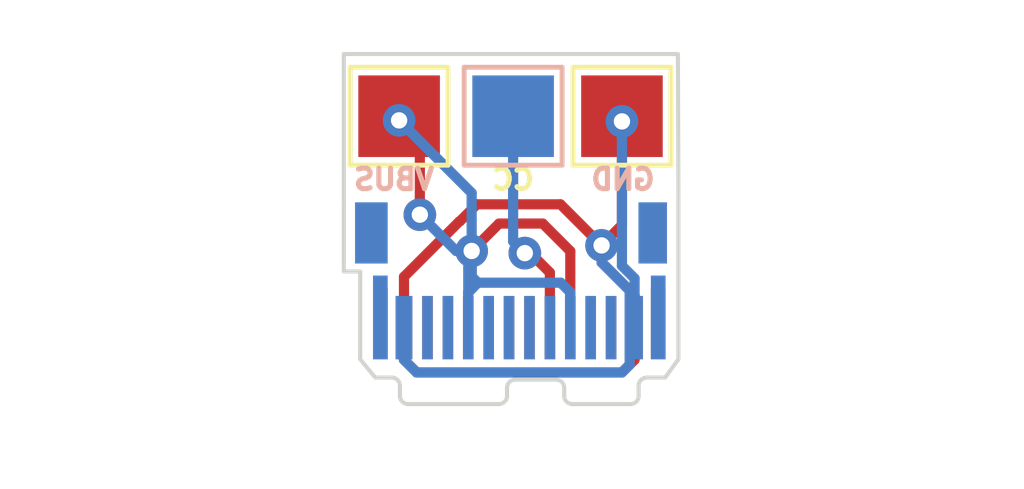
<source format=kicad_pcb>
(kicad_pcb (version 20221018) (generator pcbnew)
  (layers (0 "F.Cu" signal) (31 "B.Cu" signal) (34 "B.Paste" user) (35 "F.Paste" user) (36 "B.SilkS" user "B.Silkscreen") (37 "F.SilkS" user "F.Silkscreen") (38 "B.Mask" user) (39 "F.Mask" user) (44 "Edge.Cuts" user))
  (net 0 "")
  (net 1 "Net-(J2-Pin_1)")
  (net 2 "Net-(J4-Pin_1)")
  (net 7 "Net-(J1-CC)")
  (footprint "TestPoint:TestPoint_Pad_2.0x2.0mm" (layer "F.Cu") (at 114.173 80.772)
    (fp_text reference "J4" hide)
    (fp_text value "GND" (at 0.0254 1.5494) (layer "B.SilkS") (effects (font (size 0.5 0.5) (thickness 0.125)) (justify mirror)))
    (fp_line (start -1.2 -1.2) (end 1.2 -1.2) (stroke (width 0.12)) (layer "F.SilkS"))
    (fp_line (start -1.2 1.2) (end -1.2 -1.2) (stroke (width 0.12)) (layer "F.SilkS"))
    (fp_line (start 1.2 -1.2) (end 1.2 1.2) (stroke (width 0.12)) (layer "F.SilkS"))
    (fp_line (start 1.2 1.2) (end -1.2 1.2) (stroke (width 0.12)) (layer "F.SilkS"))
    (pad "1" smd rect (at 0 0) (size 2 2) (layers "F.Cu" "F.Mask") (net 2 "Net-(J4-Pin_1)"))
  )
  (footprint "TestPoint:TestPoint_Pad_2.0x2.0mm" (layer "F.Cu") (at 108.712 80.772)
    (fp_text reference "J2" hide)
    (fp_text value "VBUS" (at -0.127 1.5494) (layer "B.SilkS") (effects (font (size 0.5 0.5) (thickness 0.125)) (justify mirror)))
    (fp_line (start -1.2 -1.2) (end 1.2 -1.2) (stroke (width 0.12)) (layer "F.SilkS"))
    (fp_line (start -1.2 1.2) (end -1.2 -1.2) (stroke (width 0.12)) (layer "F.SilkS"))
    (fp_line (start 1.2 -1.2) (end 1.2 1.2) (stroke (width 0.12)) (layer "F.SilkS"))
    (fp_line (start 1.2 1.2) (end -1.2 1.2) (stroke (width 0.12)) (layer "F.SilkS"))
    (pad "1" smd rect (at 0 0) (size 2 2) (layers "F.Cu" "F.Mask") (net 1 "Net-(J2-Pin_1)"))
  )
  (footprint "Connector_USB:USB_C_Plug_JAE_DX07P024AJ1" (layer "F.Cu") (at 111.657 84.8045)
    (fp_text reference "J1" hide)
    (fp_text value "USB_C_Receptacle_PowerOnly_6P")
    (fp_line (start -4.3 -1.93) (end -4.3 -0.2275) (stroke (width 0.1)) (layer "Edge.Cuts"))
    (fp_line (start -4.3 -0.2275) (end -3.9 -0.2275) (stroke (width 0.1)) (layer "Edge.Cuts"))
    (fp_line (start -3.9 1.9225) (end -3.9 -0.2275) (stroke (width 0.1)) (layer "Edge.Cuts"))
    (fp_line (start -3.53 2.3725) (end -3.9 1.9225) (stroke (width 0.1)) (layer "Edge.Cuts"))
    (fp_line (start -3.125 2.3725) (end -3.53 2.3725) (stroke (width 0.1)) (layer "Edge.Cuts"))
    (fp_line (start -2.925 2.8225) (end -2.925 2.5725) (stroke (width 0.1)) (layer "Edge.Cuts"))
    (fp_line (start -0.5 3.0225) (end -2.725 3.0225) (stroke (width 0.1)) (layer "Edge.Cuts"))
    (fp_line (start -0.3 2.6225) (end -0.3 2.8225) (stroke (width 0.1)) (layer "Edge.Cuts"))
    (fp_line (start -0.1 2.4225) (end 0.9 2.4225) (stroke (width 0.1)) (layer "Edge.Cuts"))
    (fp_line (start 1.1 2.8225) (end 1.1 2.6225) (stroke (width 0.1)) (layer "Edge.Cuts"))
    (fp_line (start 1.3 3.0225) (end 2.725 3.0225) (stroke (width 0.1)) (layer "Edge.Cuts"))
    (fp_line (start 2.925 2.8225) (end 2.925 2.5725) (stroke (width 0.1)) (layer "Edge.Cuts"))
    (fp_line (start 3.125 2.3725) (end 3.575 2.3725) (stroke (width 0.1)) (layer "Edge.Cuts"))
    (fp_line (start 3.575 2.3725) (end 3.9 1.9225) (stroke (width 0.1)) (layer "Edge.Cuts"))
    (fp_line (start 3.9 1.9225) (end 3.9 -1.9175) (stroke (width 0.1)) (layer "Edge.Cuts"))
    (fp_arc (start -3.125 2.3725) (mid -2.983579 2.431079) (end -2.925 2.5725) (stroke (width 0.1)) (layer "Edge.Cuts"))
    (fp_arc (start -2.725 3.0225) (mid -2.866421 2.963921) (end -2.925 2.8225) (stroke (width 0.1)) (layer "Edge.Cuts"))
    (fp_arc (start -0.3 2.6225) (mid -0.241421 2.481079) (end -0.1 2.4225) (stroke (width 0.1)) (layer "Edge.Cuts"))
    (fp_arc (start -0.3 2.8225) (mid -0.358579 2.963921) (end -0.5 3.0225) (stroke (width 0.1)) (layer "Edge.Cuts"))
    (fp_arc (start 0.9 2.4225) (mid 1.041421 2.481079) (end 1.1 2.6225) (stroke (width 0.1)) (layer "Edge.Cuts"))
    (fp_arc (start 1.3 3.0225) (mid 1.158579 2.963921) (end 1.1 2.8225) (stroke (width 0.1)) (layer "Edge.Cuts"))
    (fp_arc (start 2.925 2.5725) (mid 2.983579 2.431079) (end 3.125 2.3725) (stroke (width 0.1)) (layer "Edge.Cuts"))
    (fp_arc (start 2.925 2.8225) (mid 2.866421 2.963921) (end 2.725 3.0225) (stroke (width 0.1)) (layer "Edge.Cuts"))
    (pad "" smd rect locked (at -3.405 1.0475) (size 0.36 1.75) (layers "F.Cu" "F.Mask"))
    (pad "" smd rect locked (at 3.405 1.0475) (size 0.36 1.75) (layers "F.Cu" "F.Mask"))
    (pad "A1" smd rect locked (at 2.825 1.1475) (size 0.41 1.55) (layers "F.Cu" "F.Paste" "F.Mask") (net 2 "Net-(J4-Pin_1)"))
    (pad "A2" smd rect locked (at 2.25 1.1475) (size 0.26 1.55) (layers "F.Cu" "F.Paste" "F.Mask"))
    (pad "A3" smd rect locked (at 1.75 1.1475) (size 0.26 1.55) (layers "F.Cu" "F.Paste" "F.Mask"))
    (pad "A4" smd rect locked (at 1.25 1.1475) (size 0.26 1.55) (layers "F.Cu" "F.Paste" "F.Mask") (net 1 "Net-(J2-Pin_1)"))
    (pad "A5" smd rect locked (at 0.75 1.1475) (size 0.26 1.55) (layers "F.Cu" "F.Paste" "F.Mask") (net 7 "Net-(J1-CC)"))
    (pad "A6" smd rect locked (at 0.25 1.1475 180) (size 0.26 1.55) (layers "F.Cu" "F.Paste" "F.Mask"))
    (pad "A7" smd rect locked (at -0.25 1.1475 180) (size 0.26 1.55) (layers "F.Cu" "F.Paste" "F.Mask"))
    (pad "A8" smd rect locked (at -0.75 1.1475) (size 0.26 1.55) (layers "F.Cu" "F.Paste" "F.Mask"))
    (pad "A9" smd rect locked (at -1.25 1.1475) (size 0.26 1.55) (layers "F.Cu" "F.Paste" "F.Mask") (net 1 "Net-(J2-Pin_1)"))
    (pad "A10" smd rect locked (at -1.75 1.1475) (size 0.26 1.55) (layers "F.Cu" "F.Paste" "F.Mask"))
    (pad "A11" smd rect locked (at -2.25 1.1475) (size 0.26 1.55) (layers "F.Cu" "F.Paste" "F.Mask"))
    (pad "A12" smd rect locked (at -2.825 1.1475) (size 0.41 1.55) (layers "F.Cu" "F.Paste" "F.Mask") (net 2 "Net-(J4-Pin_1)"))
    (pad "B1" smd rect locked (at -2.825 1.1475) (size 0.41 1.55) (layers "B.Cu" "B.Paste" "B.Mask") (net 2 "Net-(J4-Pin_1)"))
    (pad "B2" smd rect locked (at -2.25 1.1475) (size 0.26 1.55) (layers "B.Cu" "B.Paste" "B.Mask"))
    (pad "B3" smd rect locked (at -1.75 1.1475) (size 0.26 1.55) (layers "B.Cu" "B.Paste" "B.Mask"))
    (pad "B4" smd rect locked (at -1.25 1.1475) (size 0.26 1.55) (layers "B.Cu" "B.Paste" "B.Mask") (net 1 "Net-(J2-Pin_1)"))
    (pad "B5" smd rect locked (at -0.75 1.1475) (size 0.26 1.55) (layers "B.Cu" "B.Paste" "B.Mask"))
    (pad "B6" smd rect locked (at -0.25 1.1475 180) (size 0.26 1.55) (layers "B.Cu" "B.Paste" "B.Mask"))
    (pad "B7" smd rect locked (at 0.25 1.1475) (size 0.26 1.55) (layers "B.Cu" "B.Paste" "B.Mask"))
    (pad "B8" smd rect locked (at 0.75 1.1475) (size 0.26 1.55) (layers "B.Cu" "B.Paste" "B.Mask"))
    (pad "B9" smd rect locked (at 1.25 1.1475) (size 0.26 1.55) (layers "B.Cu" "B.Paste" "B.Mask") (net 1 "Net-(J2-Pin_1)"))
    (pad "B10" smd rect locked (at 1.75 1.1475) (size 0.26 1.55) (layers "B.Cu" "B.Paste" "B.Mask"))
    (pad "B11" smd rect locked (at 2.25 1.1475) (size 0.26 1.55) (layers "B.Cu" "B.Paste" "B.Mask"))
    (pad "B12" smd rect locked (at 2.825 1.1475) (size 0.41 1.55) (layers "B.Cu" "B.Paste" "B.Mask") (net 2 "Net-(J4-Pin_1)"))
    (pad "S1" smd rect locked (at -3.625 -1.1725) (size 0.8 1.5) (layers "B.Cu" "B.Paste" "B.Mask"))
    (pad "S1" smd rect locked (at -3.405 0.8975) (size 0.36 2.05) (layers "B.Cu" "B.Paste" "B.Mask"))
    (pad "S1" smd rect locked (at 3.27 -1.1725 180) (size 0.7 1.5) (layers "B.Cu" "B.Paste" "B.Mask"))
    (pad "S1" smd rect locked (at 3.405 0.8975) (size 0.36 2.05) (layers "B.Cu" "B.Paste" "B.Mask"))
  )
  (footprint "TestPoint:TestPoint_Pad_2.0x2.0mm" (layer "B.Cu") (at 111.506 80.772 180)
    (fp_text reference "J3" hide)
    (fp_text value "CC" (at 0 -1.5494) (layer "F.SilkS") (effects (font (size 0.5 0.5) (thickness 0.125)) (justify mirror)))
    (fp_line (start -1.2 -1.2) (end -1.2 1.2) (stroke (width 0.12)) (layer "B.SilkS"))
    (fp_line (start -1.2 1.2) (end 1.2 1.2) (stroke (width 0.12)) (layer "B.SilkS"))
    (fp_line (start 1.2 -1.2) (end -1.2 -1.2) (stroke (width 0.12)) (layer "B.SilkS"))
    (fp_line (start 1.2 1.2) (end 1.2 -1.2) (stroke (width 0.12)) (layer "B.SilkS"))
    (pad "1" smd rect (at 0 0 180) (size 2 2) (layers "B.Cu" "B.Mask") (net 7 "Net-(J1-CC)"))
  )
  (gr_line (start 115.557 82.887) (end 115.5446 79.248) (stroke (width 0.1)) (layer "Edge.Cuts"))
  (gr_line (start 107.357 82.8745) (end 107.357 79.248) (stroke (width 0.1)) (layer "Edge.Cuts"))
  (gr_line (start 115.5446 79.248) (end 107.357 79.248) (stroke (width 0.1)) (layer "Edge.Cuts"))
  (segment (start 112.2315 83.4025) (end 112.907 84.078) (width 0.25) (layer "F.Cu") (net 1))
  (segment (start 111.1615 83.4025) (end 112.2315 83.4025) (width 0.25) (layer "F.Cu") (net 1))
  (segment (start 110.407 85.08738) (end 110.407 85.952) (width 0.25) (layer "F.Cu") (net 1))
  (segment (start 112.907 84.078) (end 112.907 85.952) (width 0.25) (layer "F.Cu") (net 1))
  (segment (start 108.712 80.8736) (end 109.22 81.3816) (width 0.25) (layer "F.Cu") (net 1))
  (segment (start 108.6866 80.899) (end 108.585 80.899) (width 0.25) (layer "F.Cu") (net 1))
  (segment (start 108.712 80.8736) (end 108.6866 80.899) (width 0.25) (layer "F.Cu") (net 1))
  (segment (start 110.49 85.00438) (end 110.407 85.08738) (width 0.25) (layer "F.Cu") (net 1))
  (segment (start 109.22 81.3816) (end 109.22 83.185) (width 0.25) (layer "F.Cu") (net 1))
  (segment (start 110.49 84.074) (end 110.49 85.00438) (width 0.25) (layer "F.Cu") (net 1))
  (segment (start 110.49 84.074) (end 111.1615 83.4025) (width 0.25) (layer "F.Cu") (net 1))
  (via (at 110.49 84.074) (size 0.8) (drill 0.4) (layers "F.Cu" "B.Cu") (net 1))
  (via (at 108.712 80.8736) (size 0.8) (drill 0.4) (layers "F.Cu" "B.Cu") (net 1))
  (via (at 109.22 83.185) (size 0.8) (drill 0.4) (layers "F.Cu" "B.Cu") (net 1))
  (segment (start 110.49 82.6516) (end 110.49 84.074) (width 0.25) (layer "B.Cu") (net 1))
  (segment (start 112.67162 84.852) (end 112.907 85.08738) (width 0.25) (layer "B.Cu") (net 1))
  (segment (start 110.49 84.69962) (end 110.64238 84.852) (width 0.25) (layer "B.Cu") (net 1))
  (segment (start 110.407 84.157) (end 110.407 85.08738) (width 0.25) (layer "B.Cu") (net 1))
  (segment (start 112.907 85.952) (end 112.907 85.08738) (width 0.25) (layer "B.Cu") (net 1))
  (segment (start 108.712 80.8736) (end 110.49 82.6516) (width 0.25) (layer "B.Cu") (net 1))
  (segment (start 110.407 85.952) (end 110.407 85.08738) (width 0.25) (layer "B.Cu") (net 1))
  (segment (start 110.49 84.074) (end 110.407 84.157) (width 0.25) (layer "B.Cu") (net 1))
  (segment (start 110.64238 84.852) (end 112.67162 84.852) (width 0.25) (layer "B.Cu") (net 1))
  (segment (start 110.49 84.074) (end 110.109 84.074) (width 0.25) (layer "B.Cu") (net 1))
  (segment (start 110.407 85.08738) (end 110.64238 84.852) (width 0.25) (layer "B.Cu") (net 1))
  (segment (start 110.49 84.074) (end 110.49 84.69962) (width 0.25) (layer "B.Cu") (net 1))
  (segment (start 110.109 84.074) (end 109.22 83.185) (width 0.25) (layer "B.Cu") (net 1))
  (segment (start 108.832 84.706695) (end 108.832 85.952) (width 0.25) (layer "F.Cu") (net 2))
  (segment (start 109.14238 87.052) (end 114.17162 87.052) (width 0.25) (layer "F.Cu") (net 2))
  (segment (start 110.617 82.931) (end 110.199 83.349) (width 0.25) (layer "F.Cu") (net 2))
  (segment (start 114.173 83.439) (end 114.173 80.899) (width 0.25) (layer "F.Cu") (net 2))
  (segment (start 113.67369 83.93831) (end 113.67369 84.35407) (width 0.25) (layer "F.Cu") (net 2))
  (segment (start 110.199 83.349) (end 110.189695 83.349) (width 0.25) (layer "F.Cu") (net 2))
  (segment (start 114.482 86.74162) (end 114.482 85.952) (width 0.25) (layer "F.Cu") (net 2))
  (segment (start 114.17162 87.052) (end 114.482 86.74162) (width 0.25) (layer "F.Cu") (net 2))
  (segment (start 110.189695 83.349) (end 108.832 84.706695) (width 0.25) (layer "F.Cu") (net 2))
  (segment (start 113.67369 84.35407) (end 114.482 85.16238) (width 0.25) (layer "F.Cu") (net 2))
  (segment (start 113.67369 83.93831) (end 114.173 83.439) (width 0.25) (layer "F.Cu") (net 2))
  (segment (start 113.67369 83.93831) (end 112.66638 82.931) (width 0.25) (layer "F.Cu") (net 2))
  (segment (start 108.832 85.952) (end 108.832 86.74162) (width 0.25) (layer "F.Cu") (net 2))
  (segment (start 114.482 85.16238) (end 114.482 85.952) (width 0.25) (layer "F.Cu") (net 2))
  (segment (start 112.66638 82.931) (end 110.617 82.931) (width 0.25) (layer "F.Cu") (net 2))
  (segment (start 108.832 86.74162) (end 109.14238 87.052) (width 0.25) (layer "F.Cu") (net 2))
  (via (at 114.173 80.899) (size 0.8) (drill 0.4) (layers "F.Cu" "B.Cu") (net 2))
  (via (at 113.67369 83.93831) (size 0.8) (drill 0.4) (layers "F.Cu" "B.Cu") (net 2))
  (segment (start 114.173 84.43762) (end 114.173 80.899) (width 0.25) (layer "B.Cu") (net 2))
  (segment (start 113.67369 84.35407) (end 114.362 85.04238) (width 0.25) (layer "B.Cu") (net 2))
  (segment (start 114.17162 87.052) (end 109.14238 87.052) (width 0.25) (layer "B.Cu") (net 2))
  (segment (start 114.482 85.16238) (end 114.482 85.952) (width 0.25) (layer "B.Cu") (net 2))
  (segment (start 114.362 86.86162) (end 114.17162 87.052) (width 0.25) (layer "B.Cu") (net 2))
  (segment (start 114.482 84.74662) (end 114.173 84.43762) (width 0.25) (layer "B.Cu") (net 2))
  (segment (start 114.362 85.04238) (end 114.362 86.86162) (width 0.25) (layer "B.Cu") (net 2))
  (segment (start 113.67369 83.93831) (end 113.67369 84.35407) (width 0.25) (layer "B.Cu") (net 2))
  (segment (start 109.14238 87.052) (end 108.832 86.74162) (width 0.25) (layer "B.Cu") (net 2))
  (segment (start 113.67369 84.35407) (end 114.482 85.16238) (width 0.25) (layer "B.Cu") (net 2))
  (segment (start 108.832 86.74162) (end 108.832 85.952) (width 0.25) (layer "B.Cu") (net 2))
  (segment (start 114.482 85.952) (end 114.482 84.74662) (width 0.25) (layer "B.Cu") (net 2))
  (segment (start 111.930695 84.127) (end 112.407 84.603305) (width 0.25) (layer "F.Cu") (net 7))
  (segment (start 111.792701 84.127) (end 111.930695 84.127) (width 0.25) (layer "F.Cu") (net 7))
  (segment (start 112.407 84.603305) (end 112.407 85.952) (width 0.25) (layer "F.Cu") (net 7))
  (via (at 111.792701 84.127) (size 0.8) (drill 0.4) (layers "F.Cu" "B.Cu") (net 7))
  (segment (start 111.506 83.840299) (end 111.506 80.772) (width 0.25) (layer "B.Cu") (net 7))
  (segment (start 111.792701 84.127) (end 111.506 83.840299) (width 0.25) (layer "B.Cu") (net 7))
)
</source>
